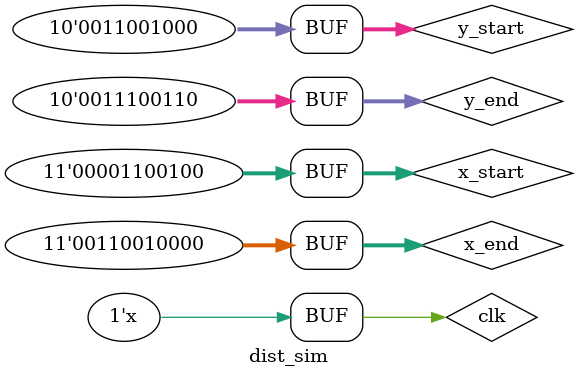
<source format=v>
`timescale 1ns / 1ps


module dist_sim;

	// Inputs
	reg clk;
	reg [10:0] x_start;
	reg [10:0] x_end;
	reg [9:0] y_start;
	reg [9:0] y_end;

	// Outputs
	wire [21:0] sum_sqrs;
	wire [11:0] distance;

	// Instantiate the Unit Under Test (UUT)
	dist uut (
		.clk(clk), 
		.x_start(x_start), 
		.x_end(x_end), 
		.y_start(y_start), 
		.y_end(y_end), 
		.sum_sqrs(sum_sqrs),
		.distance(distance)
	);
   always #5 clk = ~clk;
	initial begin
		// Initialize Inputs
		clk = 0;
		x_start = 0;
		x_end = 0;
		y_start = 0;
		y_end = 0;

		// Wait 100 ns for global reset to finish
		#100;
       x_start = 100;
		 y_start = 200;
		 x_end = 400;
		 y_end = 230;
		// Add stimulus here

	end
      
endmodule


</source>
